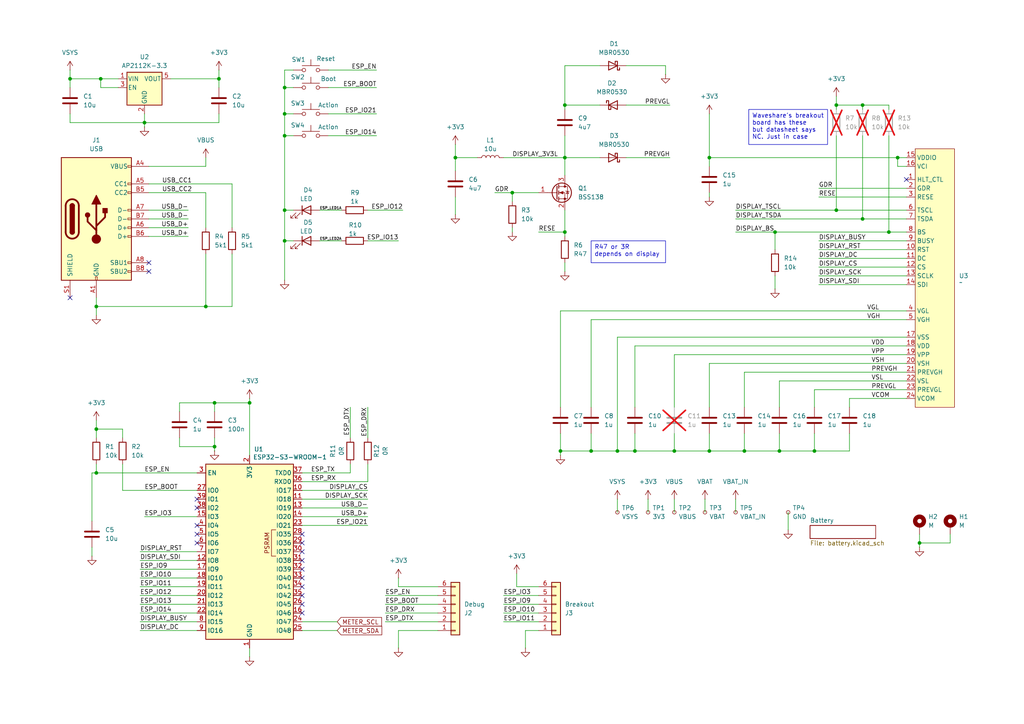
<source format=kicad_sch>
(kicad_sch (version 20231120) (generator "eeschema") (generator_version "8.0")
  (paper "A4")
  (junction (at 205.74 130.81))
  (junction (at 63.5 22.86))
  (junction (at 205.74 45.72))
  (junction (at 250.19 30.48))
  (junction (at 195.58 130.81))
  (junction (at 257.81 67.31))
  (junction (at 20.32 22.86))
  (junction (at 72.39 116.84))
  (junction (at 27.94 137.16))
  (junction (at 82.55 39.37))
  (junction (at 163.83 45.72))
  (junction (at 163.83 67.31))
  (junction (at 27.94 88.9))
  (junction (at 82.55 69.85))
  (junction (at 82.55 25.4))
  (junction (at 171.45 130.81))
  (junction (at 179.07 130.81))
  (junction (at 266.7 157.48))
  (junction (at 242.57 60.96))
  (junction (at 215.9 130.81))
  (junction (at 163.83 30.48))
  (junction (at 132.08 45.72))
  (junction (at 250.19 63.5))
  (junction (at 62.23 116.84))
  (junction (at 82.55 33.02))
  (junction (at 162.56 130.81))
  (junction (at 29.21 22.86))
  (junction (at 242.57 30.48))
  (junction (at 82.55 60.96))
  (junction (at 184.15 130.81))
  (junction (at 226.06 130.81))
  (junction (at 59.69 88.9))
  (junction (at 260.35 45.72))
  (junction (at 62.23 129.54))
  (junction (at 236.22 130.81))
  (junction (at 41.91 35.56))
  (junction (at 27.94 124.46))
  (junction (at 224.79 67.31))
  (junction (at 148.59 55.88))
  (no_connect (at 57.15 144.78))
  (no_connect (at 262.89 52.07))
  (no_connect (at 57.15 157.48))
  (no_connect (at 87.63 167.64))
  (no_connect (at 87.63 157.48))
  (no_connect (at 87.63 154.94))
  (no_connect (at 87.63 177.8))
  (no_connect (at 87.63 172.72))
  (no_connect (at 43.18 78.74))
  (no_connect (at 87.63 162.56))
  (no_connect (at 87.63 165.1))
  (no_connect (at 20.32 86.36))
  (no_connect (at 43.18 76.2))
  (no_connect (at 87.63 175.26))
  (no_connect (at 87.63 160.02))
  (no_connect (at 87.63 170.18))
  (no_connect (at 57.15 152.4))
  (no_connect (at 57.15 154.94))
  (no_connect (at 57.15 147.32))
  (wire (pts (xy 260.35 45.72) (xy 262.89 45.72)))
  (wire (pts (xy 27.94 88.9) (xy 27.94 91.44)))
  (wire (pts (xy 149.86 170.18) (xy 156.21 170.18)))
  (wire (pts (xy 59.69 73.66) (xy 59.69 88.9)))
  (wire (pts (xy 41.91 35.56) (xy 20.32 35.56)))
  (wire (pts (xy 205.74 105.41) (xy 205.74 118.11)))
  (wire (pts (xy 213.36 144.78) (xy 213.36 148.59)))
  (wire (pts (xy 237.49 82.55) (xy 262.89 82.55)))
  (wire (pts (xy 52.07 129.54) (xy 62.23 129.54)))
  (wire (pts (xy 40.64 172.72) (xy 57.15 172.72)))
  (wire (pts (xy 82.55 69.85) (xy 82.55 81.28)))
  (wire (pts (xy 82.55 33.02) (xy 82.55 39.37)))
  (wire (pts (xy 35.56 134.62) (xy 35.56 142.24)))
  (wire (pts (xy 72.39 116.84) (xy 72.39 132.08)))
  (wire (pts (xy 132.08 57.15) (xy 132.08 62.23)))
  (wire (pts (xy 205.74 33.02) (xy 205.74 45.72)))
  (wire (pts (xy 148.59 55.88) (xy 148.59 58.42)))
  (wire (pts (xy 163.83 30.48) (xy 163.83 31.75)))
  (wire (pts (xy 162.56 130.81) (xy 162.56 125.73)))
  (wire (pts (xy 215.9 130.81) (xy 215.9 125.73)))
  (wire (pts (xy 62.23 116.84) (xy 62.23 119.38)))
  (wire (pts (xy 20.32 22.86) (xy 29.21 22.86)))
  (wire (pts (xy 67.31 73.66) (xy 67.31 88.9)))
  (wire (pts (xy 148.59 66.04) (xy 148.59 67.31)))
  (wire (pts (xy 179.07 97.79) (xy 179.07 130.81)))
  (wire (pts (xy 173.99 30.48) (xy 163.83 30.48)))
  (wire (pts (xy 204.47 144.78) (xy 204.47 148.59)))
  (wire (pts (xy 87.63 180.34) (xy 97.79 180.34)))
  (wire (pts (xy 63.5 22.86) (xy 63.5 25.4)))
  (wire (pts (xy 187.96 144.78) (xy 187.96 148.59)))
  (wire (pts (xy 205.74 130.81) (xy 205.74 125.73)))
  (wire (pts (xy 179.07 144.78) (xy 179.07 148.59)))
  (wire (pts (xy 242.57 27.94) (xy 242.57 30.48)))
  (wire (pts (xy 262.89 102.87) (xy 195.58 102.87)))
  (wire (pts (xy 87.63 152.4) (xy 106.68 152.4)))
  (wire (pts (xy 72.39 187.96) (xy 72.39 190.5)))
  (wire (pts (xy 82.55 25.4) (xy 82.55 33.02)))
  (wire (pts (xy 41.91 35.56) (xy 41.91 36.83)))
  (wire (pts (xy 156.21 67.31) (xy 163.83 67.31)))
  (wire (pts (xy 82.55 69.85) (xy 85.09 69.85)))
  (wire (pts (xy 59.69 45.72) (xy 59.69 48.26)))
  (wire (pts (xy 262.89 100.33) (xy 184.15 100.33)))
  (wire (pts (xy 87.63 182.88) (xy 97.79 182.88)))
  (wire (pts (xy 101.6 118.11) (xy 101.6 127)))
  (wire (pts (xy 27.94 86.36) (xy 27.94 88.9)))
  (wire (pts (xy 52.07 119.38) (xy 52.07 116.84)))
  (wire (pts (xy 43.18 55.88) (xy 59.69 55.88)))
  (wire (pts (xy 171.45 130.81) (xy 179.07 130.81)))
  (wire (pts (xy 63.5 35.56) (xy 41.91 35.56)))
  (wire (pts (xy 106.68 118.11) (xy 106.68 127)))
  (wire (pts (xy 236.22 113.03) (xy 236.22 118.11)))
  (wire (pts (xy 163.83 76.2) (xy 163.83 78.74)))
  (wire (pts (xy 101.6 137.16) (xy 101.6 134.62)))
  (wire (pts (xy 237.49 74.93) (xy 262.89 74.93)))
  (wire (pts (xy 262.89 110.49) (xy 226.06 110.49)))
  (wire (pts (xy 213.36 63.5) (xy 250.19 63.5)))
  (wire (pts (xy 237.49 80.01) (xy 262.89 80.01)))
  (wire (pts (xy 205.74 130.81) (xy 215.9 130.81)))
  (wire (pts (xy 63.5 20.32) (xy 63.5 22.86)))
  (wire (pts (xy 87.63 149.86) (xy 106.68 149.86)))
  (wire (pts (xy 82.55 20.32) (xy 85.09 20.32)))
  (wire (pts (xy 162.56 130.81) (xy 171.45 130.81)))
  (wire (pts (xy 163.83 45.72) (xy 163.83 50.8)))
  (wire (pts (xy 40.64 162.56) (xy 57.15 162.56)))
  (wire (pts (xy 62.23 129.54) (xy 62.23 127)))
  (wire (pts (xy 82.55 25.4) (xy 85.09 25.4)))
  (wire (pts (xy 205.74 55.88) (xy 205.74 57.15)))
  (wire (pts (xy 195.58 130.81) (xy 195.58 125.73)))
  (wire (pts (xy 213.36 60.96) (xy 242.57 60.96)))
  (wire (pts (xy 43.18 53.34) (xy 67.31 53.34)))
  (wire (pts (xy 82.55 20.32) (xy 82.55 25.4)))
  (wire (pts (xy 82.55 33.02) (xy 85.09 33.02)))
  (wire (pts (xy 226.06 130.81) (xy 236.22 130.81)))
  (wire (pts (xy 20.32 35.56) (xy 20.32 33.02)))
  (wire (pts (xy 87.63 139.7) (xy 106.68 139.7)))
  (wire (pts (xy 26.67 158.75) (xy 26.67 161.29)))
  (wire (pts (xy 49.53 22.86) (xy 63.5 22.86)))
  (wire (pts (xy 262.89 115.57) (xy 246.38 115.57)))
  (wire (pts (xy 262.89 105.41) (xy 205.74 105.41)))
  (wire (pts (xy 27.94 124.46) (xy 35.56 124.46)))
  (wire (pts (xy 20.32 25.4) (xy 20.32 22.86)))
  (wire (pts (xy 43.18 63.5) (xy 54.61 63.5)))
  (wire (pts (xy 62.23 130.81) (xy 62.23 129.54)))
  (wire (pts (xy 82.55 60.96) (xy 82.55 69.85)))
  (wire (pts (xy 52.07 116.84) (xy 62.23 116.84)))
  (wire (pts (xy 29.21 22.86) (xy 34.29 22.86)))
  (wire (pts (xy 236.22 130.81) (xy 246.38 130.81)))
  (wire (pts (xy 146.05 45.72) (xy 163.83 45.72)))
  (wire (pts (xy 72.39 115.57) (xy 72.39 116.84)))
  (wire (pts (xy 85.09 60.96) (xy 82.55 60.96)))
  (wire (pts (xy 40.64 180.34) (xy 57.15 180.34)))
  (wire (pts (xy 184.15 130.81) (xy 195.58 130.81)))
  (wire (pts (xy 82.55 39.37) (xy 82.55 60.96)))
  (wire (pts (xy 260.35 45.72) (xy 260.35 48.26)))
  (wire (pts (xy 29.21 25.4) (xy 29.21 22.86)))
  (wire (pts (xy 149.86 166.37) (xy 149.86 170.18)))
  (wire (pts (xy 194.31 30.48) (xy 181.61 30.48)))
  (wire (pts (xy 127 170.18) (xy 115.57 170.18)))
  (wire (pts (xy 242.57 30.48) (xy 250.19 30.48)))
  (wire (pts (xy 111.76 172.72) (xy 127 172.72)))
  (wire (pts (xy 40.64 167.64) (xy 57.15 167.64)))
  (wire (pts (xy 106.68 60.96) (xy 116.84 60.96)))
  (wire (pts (xy 246.38 115.57) (xy 246.38 118.11)))
  (wire (pts (xy 146.05 172.72) (xy 156.21 172.72)))
  (wire (pts (xy 224.79 80.01) (xy 224.79 83.82)))
  (wire (pts (xy 171.45 92.71) (xy 171.45 118.11)))
  (wire (pts (xy 226.06 110.49) (xy 226.06 118.11)))
  (wire (pts (xy 146.05 177.8) (xy 156.21 177.8)))
  (wire (pts (xy 184.15 130.81) (xy 184.15 125.73)))
  (wire (pts (xy 148.59 55.88) (xy 156.21 55.88)))
  (wire (pts (xy 27.94 134.62) (xy 27.94 137.16)))
  (wire (pts (xy 87.63 137.16) (xy 101.6 137.16)))
  (wire (pts (xy 106.68 139.7) (xy 106.68 134.62)))
  (wire (pts (xy 195.58 102.87) (xy 195.58 118.11)))
  (wire (pts (xy 41.91 33.02) (xy 41.91 35.56)))
  (wire (pts (xy 266.7 157.48) (xy 266.7 158.75)))
  (wire (pts (xy 95.25 25.4) (xy 109.22 25.4)))
  (wire (pts (xy 266.7 157.48) (xy 275.59 157.48)))
  (wire (pts (xy 132.08 41.91) (xy 132.08 45.72)))
  (wire (pts (xy 163.83 45.72) (xy 173.99 45.72)))
  (wire (pts (xy 250.19 30.48) (xy 257.81 30.48)))
  (wire (pts (xy 205.74 45.72) (xy 205.74 48.26)))
  (wire (pts (xy 205.74 45.72) (xy 260.35 45.72)))
  (wire (pts (xy 99.06 60.96) (xy 92.71 60.96)))
  (wire (pts (xy 43.18 48.26) (xy 59.69 48.26)))
  (wire (pts (xy 193.04 19.05) (xy 193.04 21.59)))
  (wire (pts (xy 87.63 147.32) (xy 106.68 147.32)))
  (wire (pts (xy 87.63 142.24) (xy 106.68 142.24)))
  (wire (pts (xy 260.35 48.26) (xy 262.89 48.26)))
  (wire (pts (xy 40.64 165.1) (xy 57.15 165.1)))
  (wire (pts (xy 95.25 20.32) (xy 109.22 20.32)))
  (wire (pts (xy 146.05 175.26) (xy 156.21 175.26)))
  (wire (pts (xy 67.31 88.9) (xy 59.69 88.9)))
  (wire (pts (xy 132.08 45.72) (xy 138.43 45.72)))
  (wire (pts (xy 184.15 100.33) (xy 184.15 118.11)))
  (wire (pts (xy 171.45 125.73) (xy 171.45 130.81)))
  (wire (pts (xy 163.83 39.37) (xy 163.83 45.72)))
  (wire (pts (xy 95.25 33.02) (xy 109.22 33.02)))
  (wire (pts (xy 115.57 167.64) (xy 115.57 170.18)))
  (wire (pts (xy 173.99 19.05) (xy 163.83 19.05)))
  (wire (pts (xy 215.9 107.95) (xy 215.9 118.11)))
  (wire (pts (xy 162.56 118.11) (xy 162.56 90.17)))
  (wire (pts (xy 40.64 175.26) (xy 57.15 175.26)))
  (wire (pts (xy 242.57 60.96) (xy 262.89 60.96)))
  (wire (pts (xy 41.91 149.86) (xy 57.15 149.86)))
  (wire (pts (xy 257.81 30.48) (xy 257.81 31.75)))
  (wire (pts (xy 62.23 116.84) (xy 72.39 116.84)))
  (wire (pts (xy 26.67 137.16) (xy 27.94 137.16)))
  (wire (pts (xy 257.81 67.31) (xy 262.89 67.31)))
  (wire (pts (xy 163.83 60.96) (xy 163.83 67.31)))
  (wire (pts (xy 20.32 20.32) (xy 20.32 22.86)))
  (wire (pts (xy 40.64 182.88) (xy 57.15 182.88)))
  (wire (pts (xy 250.19 30.48) (xy 250.19 31.75)))
  (wire (pts (xy 262.89 113.03) (xy 236.22 113.03)))
  (wire (pts (xy 237.49 69.85) (xy 262.89 69.85)))
  (wire (pts (xy 224.79 67.31) (xy 257.81 67.31)))
  (wire (pts (xy 275.59 157.48) (xy 275.59 154.94)))
  (wire (pts (xy 162.56 90.17) (xy 262.89 90.17)))
  (wire (pts (xy 27.94 121.92) (xy 27.94 124.46)))
  (wire (pts (xy 181.61 45.72) (xy 194.31 45.72)))
  (wire (pts (xy 111.76 180.34) (xy 127 180.34)))
  (wire (pts (xy 59.69 88.9) (xy 27.94 88.9)))
  (wire (pts (xy 215.9 130.81) (xy 226.06 130.81)))
  (wire (pts (xy 52.07 127) (xy 52.07 129.54)))
  (wire (pts (xy 115.57 182.88) (xy 115.57 187.96)))
  (wire (pts (xy 35.56 142.24) (xy 57.15 142.24)))
  (wire (pts (xy 226.06 130.81) (xy 226.06 125.73)))
  (wire (pts (xy 262.89 107.95) (xy 215.9 107.95)))
  (wire (pts (xy 242.57 30.48) (xy 242.57 31.75)))
  (wire (pts (xy 40.64 160.02) (xy 57.15 160.02)))
  (wire (pts (xy 35.56 124.46) (xy 35.56 127)))
  (wire (pts (xy 195.58 144.78) (xy 195.58 148.59)))
  (wire (pts (xy 257.81 39.37) (xy 257.81 67.31)))
  (wire (pts (xy 27.94 137.16) (xy 57.15 137.16)))
  (wire (pts (xy 162.56 130.81) (xy 162.56 132.08)))
  (wire (pts (xy 163.83 19.05) (xy 163.83 30.48)))
  (wire (pts (xy 43.18 60.96) (xy 54.61 60.96)))
  (wire (pts (xy 43.18 66.04) (xy 54.61 66.04)))
  (wire (pts (xy 228.6 148.59) (xy 228.6 153.67)))
  (wire (pts (xy 82.55 39.37) (xy 85.09 39.37)))
  (wire (pts (xy 193.04 19.05) (xy 181.61 19.05)))
  (wire (pts (xy 195.58 130.81) (xy 205.74 130.81)))
  (wire (pts (xy 111.76 177.8) (xy 127 177.8)))
  (wire (pts (xy 111.76 175.26) (xy 127 175.26)))
  (wire (pts (xy 250.19 63.5) (xy 262.89 63.5)))
  (wire (pts (xy 262.89 92.71) (xy 171.45 92.71)))
  (wire (pts (xy 237.49 77.47) (xy 262.89 77.47)))
  (wire (pts (xy 179.07 130.81) (xy 184.15 130.81)))
  (wire (pts (xy 163.83 67.31) (xy 163.83 68.58)))
  (wire (pts (xy 237.49 72.39) (xy 262.89 72.39)))
  (wire (pts (xy 237.49 54.61) (xy 262.89 54.61)))
  (wire (pts (xy 106.68 69.85) (xy 115.57 69.85)))
  (wire (pts (xy 59.69 55.88) (xy 59.69 66.04)))
  (wire (pts (xy 43.18 68.58) (xy 54.61 68.58)))
  (wire (pts (xy 213.36 67.31) (xy 224.79 67.31)))
  (wire (pts (xy 27.94 124.46) (xy 27.94 127)))
  (wire (pts (xy 262.89 97.79) (xy 179.07 97.79)))
  (wire (pts (xy 237.49 57.15) (xy 262.89 57.15)))
  (wire (pts (xy 95.25 39.37) (xy 109.22 39.37)))
  (wire (pts (xy 34.29 25.4) (xy 29.21 25.4)))
  (wire (pts (xy 99.06 69.85) (xy 92.71 69.85)))
  (wire (pts (xy 143.51 55.88) (xy 148.59 55.88)))
  (wire (pts (xy 266.7 154.94) (xy 266.7 157.48)))
  (wire (pts (xy 132.08 45.72) (xy 132.08 49.53)))
  (wire (pts (xy 40.64 170.18) (xy 57.15 170.18)))
  (wire (pts (xy 250.19 39.37) (xy 250.19 63.5)))
  (wire (pts (xy 152.4 182.88) (xy 156.21 182.88)))
  (wire (pts (xy 242.57 39.37) (xy 242.57 60.96)))
  (wire (pts (xy 236.22 130.81) (xy 236.22 125.73)))
  (wire (pts (xy 224.79 67.31) (xy 224.79 72.39)))
  (wire (pts (xy 63.5 33.02) (xy 63.5 35.56)))
  (wire (pts (xy 87.63 144.78) (xy 106.68 144.78)))
  (wire (pts (xy 246.38 130.81) (xy 246.38 125.73)))
  (wire (pts (xy 67.31 53.34) (xy 67.31 66.04)))
  (wire (pts (xy 115.57 182.88) (xy 127 182.88)))
  (wire (pts (xy 26.67 137.16) (xy 26.67 151.13)))
  (wire (pts (xy 40.64 177.8) (xy 57.15 177.8)))
  (wire (pts (xy 146.05 180.34) (xy 156.21 180.34)))
  (wire (pts (xy 152.4 187.96) (xy 152.4 182.88)))
  (text_box "R47 or 3R\ndepends on display" (at 171.45 69.85 0) (size 21.59 6.35) (effects (font (size 1.27 1.27)) (justify left top)))
  (text_box "Waveshare's breakout board has these\nbut datasheet says NC. Just in case" (at 217.17 31.75 0) (size 22.86 10.16) (effects (font (size 1.27 1.27)) (justify left top)))
  (label "PREVGL" (at 194.31 30.48 180))
  (label "DISPLAY_RST" (at 237.49 72.39 0))
  (label "ESP_IO10" (at 146.05 177.8 0))
  (label "ESP_DTX" (at 111.76 180.34 0))
  (label "DISPLAY_SDI" (at 40.64 162.56 0))
  (label "PREVGH" (at 252.73 107.95 0))
  (label "ESP_DRX" (at 106.68 118.11 270))
  (label "USB_CC1" (at 46.99 53.34 0))
  (label "ESP_IO21" (at 106.68 152.4 180))
  (label "USB_D+" (at 54.61 66.04 180))
  (label "VSL" (at 252.73 110.49 0))
  (label "ESP_IO12" (at 40.64 172.72 0))
  (label "DISPLAY_DC" (at 40.64 182.88 0))
  (label "ESP_TX" (at 90.17 137.16 0))
  (label "DISPLAY_TSDA" (at 213.36 63.5 0))
  (label "ESP_DRX" (at 111.76 177.8 0))
  (label "ESP_IO10" (at 40.64 167.64 0))
  (label "VDD" (at 252.73 100.33 0))
  (label "USB_D+" (at 54.61 68.58 180))
  (label "ESP_EN" (at 41.91 137.16 0))
  (label "ESP_RX" (at 90.17 139.7 0))
  (label "VCOM" (at 252.73 115.57 0))
  (label "ESP_LED1A" (at 92.71 60.96 0) (effects (font (size 0.762 0.762))))
  (label "PREVGL" (at 252.73 113.03 0))
  (label "ESP_EN" (at 111.76 172.72 0))
  (label "RESE" (at 237.49 57.15 0))
  (label "ESP_IO21" (at 109.22 33.02 180))
  (label "DISPLAY_SCK" (at 106.68 144.78 180))
  (label "USB_D-" (at 54.61 60.96 180))
  (label "ESP_IO3" (at 146.05 172.72 0))
  (label "DISPLAY_SDI" (at 237.49 82.55 0))
  (label "ESP_IO11" (at 146.05 180.34 0))
  (label "DISPLAY_SCK" (at 237.49 80.01 0))
  (label "ESP_IO9" (at 40.64 165.1 0))
  (label "DISPLAY_TSCL" (at 213.36 60.96 0))
  (label "ESP_BOOT" (at 41.91 142.24 0))
  (label "ESP_BOOT" (at 111.76 175.26 0))
  (label "ESP_IO9" (at 146.05 175.26 0))
  (label "ESP_LED2A" (at 92.71 69.85 0) (effects (font (size 0.762 0.762))))
  (label "ESP_IO12" (at 116.84 60.96 180))
  (label "USB_D+" (at 106.68 149.86 180))
  (label "DISPLAY_CS" (at 237.49 77.47 0))
  (label "RESE" (at 156.21 67.31 0))
  (label "DISPLAY_BUSY" (at 237.49 69.85 0))
  (label "DISPLAY_BUSY" (at 40.64 180.34 0))
  (label "DISPLAY_BS" (at 213.36 67.31 0))
  (label "ESP_DTX" (at 101.6 118.11 270))
  (label "ESP_EN" (at 109.22 20.32 180))
  (label "USB_D-" (at 54.61 63.5 180))
  (label "ESP_IO14" (at 109.22 39.37 180))
  (label "VGH" (at 251.46 92.71 0))
  (label "VPP" (at 252.73 102.87 0))
  (label "ESP_BOOT" (at 109.22 25.4 180))
  (label "DISPLAY_CS" (at 106.68 142.24 180))
  (label "GDR" (at 143.51 55.88 0))
  (label "VGL" (at 251.46 90.17 0))
  (label "ESP_IO14" (at 40.64 177.8 0))
  (label "DISPLAY_3V3L" (at 148.59 45.72 0))
  (label "DISPLAY_DC" (at 237.49 74.93 0))
  (label "PREVGH" (at 194.31 45.72 180))
  (label "ESP_IO13" (at 115.57 69.85 180))
  (label "ESP_IO3" (at 41.91 149.86 0))
  (label "DISPLAY_RST" (at 40.64 160.02 0))
  (label "USB_D-" (at 106.68 147.32 180))
  (label "GDR" (at 237.49 54.61 0))
  (label "ESP_IO13" (at 40.64 175.26 0))
  (label "ESP_IO11" (at 40.64 170.18 0))
  (label "USB_CC2" (at 46.99 55.88 0))
  (label "VSH" (at 252.73 105.41 0))
  (global_label "METER_SCL" (shape input) (at 97.79 180.34 0) (property "Intersheetrefs" "${INTERSHEET_REFS}" (effects (hide yes))))
  (global_label "METER_SDA" (shape input) (at 97.79 182.88 0) (property "Intersheetrefs" "${INTERSHEET_REFS}" (effects (hide yes))))
  (symbol (lib_id "Connector:TestPoint_Small") (at 213.36 148.59 0) (unit 1)
    (property "Reference" "TP5" (at 214.63 147.3199 0) (effects (justify left)))
    (property "Value" "VBAT_IN" (at 214.63 149.8599 0) (effects (justify left)))
    (property "Footprint" "TestPoint:TestPoint_Pad_D1.0mm" (effects (hide yes)))
    (property "Description" "test point" (effects (hide yes)))
  )
  (symbol (lib_id "power:+3V3") (at 195.58 144.78 0) (unit 1)
    (property "Reference" "#PWR050" (effects (hide yes)))
    (property "Value" "VBUS" (at 195.58 139.7 0))
    (property "Description" "Power symbol creates a global label with name \"+3V3\"" (effects (hide yes)))
  )
  (symbol (lib_id "Connector:TestPoint_Small") (at 187.96 148.59 0) (unit 1)
    (property "Reference" "TP1" (at 189.23 147.3199 0) (effects (justify left)))
    (property "Value" "3V3" (at 189.23 149.8599 0) (effects (justify left)))
    (property "Footprint" "TestPoint:TestPoint_Pad_D1.0mm" (effects (hide yes)))
    (property "Description" "test point" (effects (hide yes)))
  )
  (symbol (lib_id "power:GND") (at 27.94 91.44 0) (unit 1)
    (property "Reference" "#PWR017" (effects (hide yes)))
    (property "Value" "GND" (effects (hide yes)))
    (property "Description" "Power symbol creates a global label with name \"GND\" , ground" (effects (hide yes)))
  )
  (symbol (lib_id "Device:C") (at 20.32 29.21 0) (unit 1)
    (property "Reference" "C1" (at 24.13 27.9399 0) (effects (justify left)))
    (property "Value" "10u" (at 24.13 30.4799 0) (effects (justify left)))
    (property "Footprint" "Capacitor_SMD:C_0805_2012Metric" (effects (hide yes)))
    (property "Description" "Unpolarized capacitor" (effects (hide yes)))
  )
  (symbol (lib_id "Device:R") (at 242.57 35.56 0) (unit 1) (dnp yes)
    (property "Reference" "R7" (at 245.11 34.2899 0) (effects (justify left)))
    (property "Value" "10k" (at 245.11 36.8299 0) (effects (justify left)))
    (property "Footprint" "Resistor_SMD:R_0603_1608Metric" (effects (hide yes)))
    (property "Description" "Resistor" (effects (hide yes)))
  )
  (symbol (lib_id "power:+3V3") (at 187.96 144.78 0) (unit 1)
    (property "Reference" "#PWR049" (effects (hide yes)))
    (property "Value" "+3V3" (at 187.96 139.7 0))
    (property "Description" "Power symbol creates a global label with name \"+3V3\"" (effects (hide yes)))
  )
  (symbol (lib_id "RF_Module:ESP32-S3-WROOM-1") (at 72.39 160.02 0) (unit 1)
    (property "Reference" "U1" (at 73.66 130.302 0) (effects (justify left)))
    (property "Value" "ESP32-S3-WROOM-1" (at 73.406 132.588 0) (effects (justify left)))
    (property "Footprint" "RF_Module:ESP32-S3-WROOM-1" (effects (hide yes)))
    (property "Datasheet" "https://www.espressif.com/sites/default/files/documentation/esp32-s3-wroom-1_wroom-1u_datasheet_en.pdf" (effects (hide yes)))
    (property "Description" "RF Module, ESP32-S3 SoC, Wi-Fi 802.11b/g/n, Bluetooth, BLE, 32-bit, 3.3V, onboard antenna, SMD" (effects (hide yes)))
  )
  (symbol (lib_id "Device:C") (at 184.15 121.92 180) (unit 1)
    (property "Reference" "C10" (at 187.96 120.6499 0) (effects (justify right)))
    (property "Value" "1u" (at 187.96 123.1899 0) (effects (justify right)))
    (property "Footprint" "Capacitor_SMD:C_0603_1608Metric" (effects (hide yes)))
    (property "Description" "Unpolarized capacitor" (effects (hide yes)))
  )
  (symbol (lib_id "Transistor_FET:BSS138") (at 161.29 55.88 0) (unit 1)
    (property "Reference" "Q1" (at 167.64 54.6099 0) (effects (justify left)))
    (property "Value" "BSS138" (at 167.64 57.1499 0) (effects (justify left)))
    (property "Footprint" "Package_TO_SOT_SMD:SOT-23" (effects (hide yes)))
    (property "Datasheet" "https://www.onsemi.com/pub/Collateral/BSS138-D.PDF" (effects (hide yes)))
    (property "Description" "50V Vds, 0.22A Id, N-Channel MOSFET, SOT-23" (effects (hide yes)))
  )
  (symbol (lib_id "Device:R") (at 35.56 130.81 0) (unit 1)
    (property "Reference" "R2" (at 38.1 129.5399 0) (effects (justify left)))
    (property "Value" "10k" (at 38.1 132.0799 0) (effects (justify left)))
    (property "Footprint" "Resistor_SMD:R_0603_1608Metric" (effects (hide yes)))
    (property "Description" "Resistor" (effects (hide yes)))
  )
  (symbol (lib_id "power:+5V") (at 20.32 20.32 0) (unit 1)
    (property "Reference" "#PWR02" (effects (hide yes)))
    (property "Value" "VSYS" (at 20.32 15.24 0))
    (property "Description" "Power symbol creates a global label with name \"+5V\"" (effects (hide yes)))
  )
  (symbol (lib_id "Device:C") (at 215.9 121.92 180) (unit 1)
    (property "Reference" "C14" (at 219.71 120.6499 0) (effects (justify right)))
    (property "Value" "1u" (at 219.71 123.1899 0) (effects (justify right)))
    (property "Footprint" "Capacitor_SMD:C_0603_1608Metric" (effects (hide yes)))
    (property "Description" "Unpolarized capacitor" (effects (hide yes)))
  )
  (symbol (lib_id "Connector:TestPoint_Small") (at 204.47 148.59 0) (unit 1)
    (property "Reference" "TP3" (at 205.74 147.3199 0) (effects (justify left)))
    (property "Value" "VBAT" (at 205.74 149.8599 0) (effects (justify left)))
    (property "Footprint" "TestPoint:TestPoint_Pad_D1.0mm" (effects (hide yes)))
    (property "Description" "test point" (effects (hide yes)))
  )
  (symbol (lib_id "Device:R") (at 250.19 35.56 0) (unit 1) (dnp yes)
    (property "Reference" "R8" (at 252.73 34.2899 0) (effects (justify left)))
    (property "Value" "10k" (at 252.73 36.8299 0) (effects (justify left)))
    (property "Footprint" "Resistor_SMD:R_0603_1608Metric" (effects (hide yes)))
    (property "Description" "Resistor" (effects (hide yes)))
  )
  (symbol (lib_id "power:GND") (at 26.67 161.29 0) (unit 1)
    (property "Reference" "#PWR06" (effects (hide yes)))
    (property "Value" "GND" (effects (hide yes)))
    (property "Description" "Power symbol creates a global label with name \"GND\" , ground" (effects (hide yes)))
  )
  (symbol (lib_id "power:GND") (at 82.55 81.28 0) (unit 1)
    (property "Reference" "#PWR08" (effects (hide yes)))
    (property "Value" "GND" (effects (hide yes)))
    (property "Description" "Power symbol creates a global label with name \"GND\" , ground" (effects (hide yes)))
  )
  (symbol (lib_id "Device:R") (at 163.83 72.39 0) (unit 1)
    (property "Reference" "R6" (at 166.37 71.1199 0) (effects (justify left)))
    (property "Value" "R47" (at 166.37 73.6599 0) (effects (justify left)))
    (property "Footprint" "Resistor_SMD:R_0603_1608Metric" (effects (hide yes)))
    (property "Description" "Resistor" (effects (hide yes)))
  )
  (symbol (lib_id "power:GND") (at 148.59 67.31 0) (unit 1)
    (property "Reference" "#PWR020" (effects (hide yes)))
    (property "Value" "GND" (effects (hide yes)))
    (property "Description" "Power symbol creates a global label with name \"GND\" , ground" (effects (hide yes)))
  )
  (symbol (lib_id "Connector:TestPoint_Small") (at 195.58 148.59 0) (unit 1)
    (property "Reference" "TP2" (at 196.85 147.3199 0) (effects (justify left)))
    (property "Value" "VBUS" (at 196.85 149.8599 0) (effects (justify left)))
    (property "Footprint" "TestPoint:TestPoint_Pad_D1.0mm" (effects (hide yes)))
    (property "Description" "test point" (effects (hide yes)))
  )
  (symbol (lib_id "Device:C") (at 205.74 52.07 180) (unit 1)
    (property "Reference" "C15" (at 209.55 50.7999 0) (effects (justify right)))
    (property "Value" "1u" (at 209.55 53.3399 0) (effects (justify right)))
    (property "Footprint" "Capacitor_SMD:C_0603_1608Metric" (effects (hide yes)))
    (property "Description" "Unpolarized capacitor" (effects (hide yes)))
  )
  (symbol (lib_id "power:+3V3") (at 205.74 33.02 0) (unit 1)
    (property "Reference" "#PWR013" (effects (hide yes)))
    (property "Value" "+3V3" (at 205.74 27.94 0))
    (property "Description" "Power symbol creates a global label with name \"+3V3\"" (effects (hide yes)))
  )
  (symbol (lib_id "Device:C") (at 171.45 121.92 180) (unit 1)
    (property "Reference" "C8" (at 175.26 120.6499 0) (effects (justify right)))
    (property "Value" "1u" (at 175.26 123.1899 0) (effects (justify right)))
    (property "Footprint" "Capacitor_SMD:C_0603_1608Metric" (effects (hide yes)))
    (property "Description" "Unpolarized capacitor" (effects (hide yes)))
  )
  (symbol (lib_id "power:+5V") (at 59.69 45.72 0) (unit 1)
    (property "Reference" "#PWR016" (effects (hide yes)))
    (property "Value" "VBUS" (at 59.69 40.64 0))
    (property "Description" "Power symbol creates a global label with name \"+5V\"" (effects (hide yes)))
  )
  (symbol (lib_id "Connector:TestPoint_Small") (at 179.07 148.59 0) (unit 1)
    (property "Reference" "TP6" (at 180.34 147.3199 0) (effects (justify left)))
    (property "Value" "VSYS" (at 180.34 149.8599 0) (effects (justify left)))
    (property "Footprint" "TestPoint:TestPoint_Pad_D1.0mm" (effects (hide yes)))
    (property "Description" "test point" (effects (hide yes)))
  )
  (symbol (lib_id "Connector_Generic:Conn_01x06") (at 161.29 177.8 0) (mirror x) (unit 1)
    (property "Reference" "J3" (at 163.83 177.8001 0) (effects (justify left)))
    (property "Value" "Breakout" (at 163.83 175.2601 0) (effects (justify left)))
    (property "Footprint" "Connector_PinHeader_2.54mm:PinHeader_1x06_P2.54mm_Horizontal" (effects (hide yes)))
    (property "Description" "Generic connector, single row, 01x06, script generated (kicad-library-utils/schlib/autogen/connector/)" (effects (hide yes)))
  )
  (symbol (lib_id "power:GND") (at 152.4 187.96 0) (unit 1)
    (property "Reference" "#PWR026" (effects (hide yes)))
    (property "Value" "GND" (effects (hide yes)))
    (property "Description" "Power symbol creates a global label with name \"GND\" , ground" (effects (hide yes)))
  )
  (symbol (lib_id "power:GND") (at 205.74 57.15 0) (unit 1)
    (property "Reference" "#PWR014" (effects (hide yes)))
    (property "Value" "GND" (effects (hide yes)))
    (property "Description" "Power symbol creates a global label with name \"GND\" , ground" (effects (hide yes)))
  )
  (symbol (lib_id "power:GND") (at 115.57 187.96 0) (unit 1)
    (property "Reference" "#PWR018" (effects (hide yes)))
    (property "Value" "GND" (effects (hide yes)))
    (property "Description" "Power symbol creates a global label with name \"GND\" , ground" (effects (hide yes)))
  )
  (symbol (lib_id "power:GND") (at 132.08 62.23 0) (unit 1)
    (property "Reference" "#PWR012" (effects (hide yes)))
    (property "Value" "GND" (effects (hide yes)))
    (property "Description" "Power symbol creates a global label with name \"GND\" , ground" (effects (hide yes)))
  )
  (symbol (lib_id "power:+3V3") (at 213.36 144.78 0) (unit 1)
    (property "Reference" "#PWR053" (effects (hide yes)))
    (property "Value" "VBAT_IN" (at 213.36 139.7 0))
    (property "Description" "Power symbol creates a global label with name \"+3V3\"" (effects (hide yes)))
  )
  (symbol (lib_id "Device:C") (at 52.07 123.19 0) (unit 1)
    (property "Reference" "C4" (at 55.88 121.9199 0) (effects (justify left)))
    (property "Value" "1u" (at 55.88 124.4599 0) (effects (justify left)))
    (property "Footprint" "Capacitor_SMD:C_0603_1608Metric" (effects (hide yes)))
    (property "Description" "Unpolarized capacitor" (effects (hide yes)))
  )
  (symbol (lib_id "Connector_Generic:Conn_01x06") (at 132.08 177.8 0) (mirror x) (unit 1)
    (property "Reference" "J2" (at 134.62 177.8001 0) (effects (justify left)))
    (property "Value" "Debug" (at 134.62 175.2601 0) (effects (justify left)))
    (property "Footprint" "Connector_PinHeader_2.54mm:PinHeader_1x06_P2.54mm_Horizontal" (effects (hide yes)))
    (property "Description" "Generic connector, single row, 01x06, script generated (kicad-library-utils/schlib/autogen/connector/)" (effects (hide yes)))
  )
  (symbol (lib_id "Switch:SW_Push") (at 90.17 20.32 0) (unit 1)
    (property "Reference" "SW1" (at 86.614 17.272 0))
    (property "Value" "Reset" (at 94.488 17.018 0))
    (property "Footprint" "Button_Switch_SMD:SW_SPST_B3U-1000P" (effects (hide yes)))
    (property "Description" "Push button switch, generic, two pins" (effects (hide yes)))
  )
  (symbol (lib_id "Device:C") (at 246.38 121.92 180) (unit 1)
    (property "Reference" "C18" (at 250.19 120.6499 0) (effects (justify right)))
    (property "Value" "1u" (at 250.19 123.1899 0) (effects (justify right)))
    (property "Footprint" "Capacitor_SMD:C_0603_1608Metric" (effects (hide yes)))
    (property "Description" "Unpolarized capacitor" (effects (hide yes)))
  )
  (symbol (lib_id "power:GND") (at 163.83 78.74 0) (unit 1)
    (property "Reference" "#PWR021" (effects (hide yes)))
    (property "Value" "GND" (effects (hide yes)))
    (property "Description" "Power symbol creates a global label with name \"GND\" , ground" (effects (hide yes)))
  )
  (symbol (lib_id "power:GND") (at 193.04 21.59 0) (unit 1)
    (property "Reference" "#PWR09" (effects (hide yes)))
    (property "Value" "GND" (effects (hide yes)))
    (property "Description" "Power symbol creates a global label with name \"GND\" , ground" (effects (hide yes)))
  )
  (symbol (lib_id "Library:E-Paper_Display") (at 270.51 40.64 0) (unit 1)
    (property "Reference" "U3" (at 278.13 80.0099 0) (effects (justify left)))
    (property "Value" "~" (at 278.13 81.915 0) (effects (justify left)))
    (property "Footprint" "Connector_FFC-FPC:Hirose_FH12-24S-0.5SH_1x24-1MP_P0.50mm_Horizontal" (effects (hide yes)))
  )
  (symbol (lib_id "Regulator_Linear:AP2112K-3.3") (at 41.91 25.4 0) (unit 1)
    (property "Reference" "U2" (at 41.91 16.51 0))
    (property "Value" "AP2112K-3.3" (at 41.91 19.05 0))
    (property "Footprint" "Package_TO_SOT_SMD:SOT-23-5" (effects (hide yes)))
    (property "Datasheet" "https://www.diodes.com/assets/Datasheets/AP2112.pdf" (effects (hide yes)))
    (property "Description" "600mA low dropout linear regulator, with enable pin, 3.8V-6V input voltage range, 3.3V fixed positive output, SOT-23-5" (effects (hide yes)))
  )
  (symbol (lib_id "power:+3V3") (at 63.5 20.32 0) (unit 1)
    (property "Reference" "#PWR01" (effects (hide yes)))
    (property "Value" "+3V3" (at 63.5 15.24 0))
    (property "Description" "Power symbol creates a global label with name \"+3V3\"" (effects (hide yes)))
  )
  (symbol (lib_id "Device:R") (at 224.79 76.2 0) (unit 1)
    (property "Reference" "R14" (at 227.33 74.9299 0) (effects (justify left)))
    (property "Value" "10k" (at 227.33 77.4699 0) (effects (justify left)))
    (property "Footprint" "Resistor_SMD:R_0603_1608Metric" (effects (hide yes)))
    (property "Description" "Resistor" (effects (hide yes)))
  )
  (symbol (lib_id "Device:R") (at 67.31 69.85 0) (unit 1)
    (property "Reference" "R5" (at 69.85 68.5799 0) (effects (justify left)))
    (property "Value" "5k1" (at 69.85 71.1199 0) (effects (justify left)))
    (property "Footprint" "Resistor_SMD:R_0603_1608Metric" (effects (hide yes)))
    (property "Description" "Resistor" (effects (hide yes)))
  )
  (symbol (lib_id "power:GND") (at 224.79 83.82 0) (unit 1)
    (property "Reference" "#PWR024" (effects (hide yes)))
    (property "Value" "GND" (effects (hide yes)))
    (property "Description" "Power symbol creates a global label with name \"GND\" , ground" (effects (hide yes)))
  )
  (symbol (lib_id "power:+3V3") (at 115.57 167.64 0) (unit 1)
    (property "Reference" "#PWR019" (effects (hide yes)))
    (property "Value" "+3V3" (at 115.57 162.56 0))
    (property "Description" "Power symbol creates a global label with name \"+3V3\"" (effects (hide yes)))
  )
  (symbol (lib_id "power:+3V3") (at 132.08 41.91 0) (unit 1)
    (property "Reference" "#PWR011" (effects (hide yes)))
    (property "Value" "+3V3" (at 132.08 36.83 0))
    (property "Description" "Power symbol creates a global label with name \"+3V3\"" (effects (hide yes)))
  )
  (symbol (lib_id "Device:LED") (at 88.9 69.85 0) (unit 1)
    (property "Reference" "D5" (at 90.678 64.516 0) (effects (justify right)))
    (property "Value" "LED" (at 90.678 67.056 0) (effects (justify right)))
    (property "Footprint" "LED_SMD:LED_0603_1608Metric" (effects (hide yes)))
    (property "Description" "Light emitting diode" (effects (hide yes)))
  )
  (symbol (lib_id "power:+3V3") (at 149.86 166.37 0) (unit 1)
    (property "Reference" "#PWR023" (effects (hide yes)))
    (property "Value" "+3V3" (at 149.86 161.29 0))
    (property "Description" "Power symbol creates a global label with name \"+3V3\"" (effects (hide yes)))
  )
  (symbol (lib_id "power:GND") (at 72.39 190.5 0) (unit 1)
    (property "Reference" "#PWR015" (effects (hide yes)))
    (property "Value" "GND" (effects (hide yes)))
    (property "Description" "Power symbol creates a global label with name \"GND\" , ground" (effects (hide yes)))
  )
  (symbol (lib_id "power:GND") (at 41.91 36.83 0) (unit 1)
    (property "Reference" "#PWR03" (effects (hide yes)))
    (property "Value" "GND" (effects (hide yes)))
    (property "Description" "Power symbol creates a global label with name \"GND\" , ground" (effects (hide yes)))
  )
  (symbol (lib_id "Switch:SW_Push") (at 90.17 39.37 0) (unit 1)
    (property "Reference" "SW4" (at 86.36 36.322 0))
    (property "Value" "Action" (at 95.25 36.83 0))
    (property "Footprint" "Button_Switch_SMD:SW_SPST_B3U-1000P" (effects (hide yes)))
    (property "Description" "Push button switch, generic, two pins" (effects (hide yes)))
  )
  (symbol (lib_id "Switch:SW_Push") (at 90.17 33.02 0) (unit 1)
    (property "Reference" "SW3" (at 86.36 29.972 0))
    (property "Value" "Action" (at 95.25 30.48 0))
    (property "Footprint" "Button_Switch_SMD:SW_SPST_B3U-1000P" (effects (hide yes)))
    (property "Description" "Push button switch, generic, two pins" (effects (hide yes)))
  )
  (symbol (lib_id "Connector:USB_C_Receptacle_USB2.0_16P") (at 27.94 63.5 0) (unit 1)
    (property "Reference" "J1" (at 27.94 40.64 0))
    (property "Value" "USB" (at 27.94 43.18 0))
    (property "Footprint" "Connector_USB:USB_C_Receptacle_HRO_TYPE-C-31-M-12" (effects (hide yes)))
    (property "Datasheet" "https://www.usb.org/sites/default/files/documents/usb_type-c.zip" (effects (hide yes)))
    (property "Description" "USB 2.0-only 16P Type-C Receptacle connector" (effects (hide yes)))
  )
  (symbol (lib_id "Device:R") (at 101.6 130.81 180) (unit 1)
    (property "Reference" "R11" (at 96.52 130.81 90))
    (property "Value" "0R" (at 99.06 130.81 90))
    (property "Footprint" "Resistor_SMD:R_0603_1608Metric" (effects (hide yes)))
    (property "Description" "Resistor" (effects (hide yes)))
  )
  (symbol (lib_id "Device:R") (at 102.87 60.96 90) (unit 1)
    (property "Reference" "R9" (at 101.6 55.88 90) (effects (justify right)))
    (property "Value" "1k" (at 101.6 58.42 90) (effects (justify right)))
    (property "Footprint" "Resistor_SMD:R_0603_1608Metric" (effects (hide yes)))
    (property "Description" "Resistor" (effects (hide yes)))
  )
  (symbol (lib_id "power:GND") (at 228.6 153.67 0) (unit 1)
    (property "Reference" "#PWR052" (effects (hide yes)))
    (property "Value" "GND" (effects (hide yes)))
    (property "Description" "Power symbol creates a global label with name \"GND\" , ground" (effects (hide yes)))
  )
  (symbol (lib_id "Device:R") (at 257.81 35.56 0) (unit 1) (dnp yes)
    (property "Reference" "R13" (at 260.35 34.2899 0) (effects (justify left)))
    (property "Value" "10k" (at 260.35 36.8299 0) (effects (justify left)))
    (property "Footprint" "Resistor_SMD:R_0603_1608Metric" (effects (hide yes)))
    (property "Description" "Resistor" (effects (hide yes)))
  )
  (symbol (lib_id "power:GND") (at 162.56 132.08 0) (unit 1)
    (property "Reference" "#PWR010" (effects (hide yes)))
    (property "Value" "GND" (effects (hide yes)))
    (property "Description" "Power symbol creates a global label with name \"GND\" , ground" (effects (hide yes)))
  )
  (symbol (lib_id "Device:C") (at 26.67 154.94 0) (unit 1)
    (property "Reference" "C5" (at 30.48 153.6699 0) (effects (justify left)))
    (property "Value" "10u" (at 30.48 156.2099 0) (effects (justify left)))
    (property "Footprint" "Capacitor_SMD:C_0603_1608Metric" (effects (hide yes)))
    (property "Description" "Unpolarized capacitor" (effects (hide yes)))
  )
  (symbol (lib_id "Connector:TestPoint_Small") (at 228.6 148.59 0) (unit 1)
    (property "Reference" "TP4" (at 229.87 147.3199 0) (effects (justify left)))
    (property "Value" "GND" (at 229.87 149.8599 0) (effects (justify left)))
    (property "Footprint" "TestPoint:TestPoint_Pad_D1.0mm" (effects (hide yes)))
    (property "Description" "test point" (effects (hide yes)))
  )
  (symbol (lib_id "Mechanical:MountingHole_Pad") (at 275.59 152.4 0) (unit 1) (exclude_from_sim yes) (in_bom no)
    (property "Reference" "H1" (at 278.13 149.8599 0) (effects (justify left)))
    (property "Value" "M" (at 278.13 152.3999 0) (effects (justify left)))
    (property "Footprint" "MountingHole:MountingHole_2.2mm_M2_DIN965_Pad" (effects (hide yes)))
    (property "Description" "Mounting Hole with connection" (effects (hide yes)))
  )
  (symbol (lib_id "power:GND") (at 266.7 158.75 0) (unit 1)
    (property "Reference" "#PWR025" (effects (hide yes)))
    (property "Value" "GND" (effects (hide yes)))
    (property "Description" "Power symbol creates a global label with name \"GND\" , ground" (effects (hide yes)))
  )
  (symbol (lib_id "Device:R") (at 59.69 69.85 0) (unit 1)
    (property "Reference" "R4" (at 62.23 68.5799 0) (effects (justify left)))
    (property "Value" "5k1" (at 62.23 71.1199 0) (effects (justify left)))
    (property "Footprint" "Resistor_SMD:R_0603_1608Metric" (effects (hide yes)))
    (property "Description" "Resistor" (effects (hide yes)))
  )
  (symbol (lib_id "Switch:SW_Push") (at 90.17 25.4 0) (unit 1)
    (property "Reference" "SW2" (at 86.36 22.352 0))
    (property "Value" "Boot" (at 95.25 22.86 0))
    (property "Footprint" "Button_Switch_SMD:SW_SPST_B3U-1000P" (effects (hide yes)))
    (property "Description" "Push button switch, generic, two pins" (effects (hide yes)))
  )
  (symbol (lib_id "Device:R") (at 102.87 69.85 90) (unit 1)
    (property "Reference" "R10" (at 101.092 65.278 90) (effects (justify right)))
    (property "Value" "1k" (at 101.092 67.818 90) (effects (justify right)))
    (property "Footprint" "Resistor_SMD:R_0603_1608Metric" (effects (hide yes)))
    (property "Description" "Resistor" (effects (hide yes)))
  )
  (symbol (lib_id "Diode:MBR0530") (at 177.8 30.48 0) (unit 1)
    (property "Reference" "D2" (at 177.4825 24.13 0))
    (property "Value" "MBR0530" (at 177.4825 26.67 0))
    (property "Footprint" "Diode_SMD:D_SOD-123" (effects (hide yes)))
    (property "Datasheet" "http://www.mccsemi.com/up_pdf/MBR0520~MBR0580(SOD123).pdf" (effects (hide yes)))
    (property "Description" "30V 0.5A Schottky Power Rectifier Diode, SOD-123" (effects (hide yes)))
  )
  (symbol (lib_id "Diode:MBR0530") (at 177.8 45.72 180) (unit 1)
    (property "Reference" "D3" (at 178.1175 39.37 0))
    (property "Value" "MBR0530" (at 178.1175 41.91 0))
    (property "Footprint" "Diode_SMD:D_SOD-123" (effects (hide yes)))
    (property "Datasheet" "http://www.mccsemi.com/up_pdf/MBR0520~MBR0580(SOD123).pdf" (effects (hide yes)))
    (property "Description" "30V 0.5A Schottky Power Rectifier Diode, SOD-123" (effects (hide yes)))
  )
  (symbol (lib_id "Diode:MBR0530") (at 177.8 19.05 180) (unit 1)
    (property "Reference" "D1" (at 178.1175 12.7 0))
    (property "Value" "MBR0530" (at 178.1175 15.24 0))
    (property "Footprint" "Diode_SMD:D_SOD-123" (effects (hide yes)))
    (property "Datasheet" "http://www.mccsemi.com/up_pdf/MBR0520~MBR0580(SOD123).pdf" (effects (hide yes)))
    (property "Description" "30V 0.5A Schottky Power Rectifier Diode, SOD-123" (effects (hide yes)))
  )
  (symbol (lib_id "Device:R") (at 27.94 130.81 0) (unit 1)
    (property "Reference" "R1" (at 30.48 129.5399 0) (effects (justify left)))
    (property "Value" "10k" (at 30.48 132.0799 0) (effects (justify left)))
    (property "Footprint" "Resistor_SMD:R_0603_1608Metric" (effects (hide yes)))
    (property "Description" "Resistor" (effects (hide yes)))
  )
  (symbol (lib_id "power:+3V3") (at 242.57 27.94 0) (unit 1)
    (property "Reference" "#PWR022" (effects (hide yes)))
    (property "Value" "+3V3" (at 242.57 22.86 0))
    (property "Description" "Power symbol creates a global label with name \"+3V3\"" (effects (hide yes)))
  )
  (symbol (lib_id "power:GND") (at 62.23 130.81 0) (unit 1)
    (property "Reference" "#PWR05" (effects (hide yes)))
    (property "Value" "GND" (effects (hide yes)))
    (property "Description" "Power symbol creates a global label with name \"GND\" , ground" (effects (hide yes)))
  )
  (symbol (lib_id "Device:R") (at 106.68 130.81 180) (unit 1)
    (property "Reference" "R12" (at 109.22 130.81 90))
    (property "Value" "0R" (at 111.76 130.81 90))
    (property "Footprint" "Resistor_SMD:R_0603_1608Metric" (effects (hide yes)))
    (property "Description" "Resistor" (effects (hide yes)))
  )
  (symbol (lib_id "power:+3V3") (at 27.94 121.92 0) (unit 1)
    (property "Reference" "#PWR07" (effects (hide yes)))
    (property "Value" "+3V3" (at 27.94 116.84 0))
    (property "Description" "Power symbol creates a global label with name \"+3V3\"" (effects (hide yes)))
  )
  (symbol (lib_id "Device:C") (at 163.83 35.56 180) (unit 1)
    (property "Reference" "C9" (at 167.64 34.2899 0) (effects (justify right)))
    (property "Value" "4u7" (at 167.64 36.8299 0) (effects (justify right)))
    (property "Footprint" "Capacitor_SMD:C_0603_1608Metric" (effects (hide yes)))
    (property "Description" "Unpolarized capacitor" (effects (hide yes)))
  )
  (symbol (lib_id "Device:C") (at 162.56 121.92 180) (unit 1)
    (property "Reference" "C7" (at 166.37 120.6499 0) (effects (justify right)))
    (property "Value" "1u" (at 166.37 123.1899 0) (effects (justify right)))
    (property "Footprint" "Capacitor_SMD:C_0603_1608Metric" (effects (hide yes)))
    (property "Description" "Unpolarized capacitor" (effects (hide yes)))
  )
  (symbol (lib_id "Device:C") (at 226.06 121.92 180) (unit 1)
    (property "Reference" "C16" (at 229.87 120.6499 0) (effects (justify right)))
    (property "Value" "1u" (at 229.87 123.1899 0) (effects (justify right)))
    (property "Footprint" "Capacitor_SMD:C_0603_1608Metric" (effects (hide yes)))
    (property "Description" "Unpolarized capacitor" (effects (hide yes)))
  )
  (symbol (lib_id "power:+3V3") (at 204.47 144.78 0) (unit 1)
    (property "Reference" "#PWR051" (effects (hide yes)))
    (property "Value" "VBAT" (at 204.47 139.7 0))
    (property "Description" "Power symbol creates a global label with name \"+3V3\"" (effects (hide yes)))
  )
  (symbol (lib_id "Device:L") (at 142.24 45.72 90) (unit 1)
    (property "Reference" "L1" (at 142.24 40.64 90))
    (property "Value" "10u" (at 142.24 43.18 90))
    (property "Footprint" "Library:IND_CSAB0420-2R2M" (effects (hide yes)))
    (property "Description" "Inductor" (effects (hide yes)))
  )
  (symbol (lib_id "power:+3V3") (at 179.07 144.78 0) (unit 1)
    (property "Reference" "#PWR054" (effects (hide yes)))
    (property "Value" "VSYS" (at 179.07 139.7 0))
    (property "Description" "Power symbol creates a global label with name \"+3V3\"" (effects (hide yes)))
  )
  (symbol (lib_id "power:+3V3") (at 72.39 115.57 0) (unit 1)
    (property "Reference" "#PWR04" (effects (hide yes)))
    (property "Value" "+3V3" (at 72.39 110.49 0))
    (property "Description" "Power symbol creates a global label with name \"+3V3\"" (effects (hide yes)))
  )
  (symbol (lib_id "Device:C") (at 205.74 121.92 180) (unit 1)
    (property "Reference" "C13" (at 209.55 120.6499 0) (effects (justify right)))
    (property "Value" "1u" (at 209.55 123.1899 0) (effects (justify right)))
    (property "Footprint" "Capacitor_SMD:C_0603_1608Metric" (effects (hide yes)))
    (property "Description" "Unpolarized capacitor" (effects (hide yes)))
  )
  (symbol (lib_id "Device:C") (at 195.58 121.92 180) (unit 1) (dnp yes)
    (property "Reference" "C11" (at 199.39 120.6499 0) (effects (justify right)))
    (property "Value" "1u" (at 199.39 123.1899 0) (effects (justify right)))
    (property "Footprint" "Capacitor_SMD:C_0603_1608Metric" (effects (hide yes)))
    (property "Description" "Unpolarized capacitor" (effects (hide yes)))
  )
  (symbol (lib_id "Device:LED") (at 88.9 60.96 0) (unit 1)
    (property "Reference" "D4" (at 90.678 55.118 0) (effects (justify right)))
    (property "Value" "LED" (at 90.678 57.658 0) (effects (justify right)))
    (property "Footprint" "LED_SMD:LED_0603_1608Metric" (effects (hide yes)))
    (property "Description" "Light emitting diode" (effects (hide yes)))
  )
  (symbol (lib_id "Device:R") (at 148.59 62.23 0) (unit 1)
    (property "Reference" "R3" (at 151.13 60.9599 0) (effects (justify left)))
    (property "Value" "10k" (at 151.13 63.4999 0) (effects (justify left)))
    (property "Footprint" "Resistor_SMD:R_0603_1608Metric" (effects (hide yes)))
    (property "Description" "Resistor" (effects (hide yes)))
  )
  (symbol (lib_id "Device:C") (at 236.22 121.92 180) (unit 1)
    (property "Reference" "C17" (at 240.03 120.6499 0) (effects (justify right)))
    (property "Value" "1u" (at 240.03 123.1899 0) (effects (justify right)))
    (property "Footprint" "Capacitor_SMD:C_0603_1608Metric" (effects (hide yes)))
    (property "Description" "Unpolarized capacitor" (effects (hide yes)))
  )
  (symbol (lib_id "Device:C") (at 132.08 53.34 180) (unit 1)
    (property "Reference" "C6" (at 135.89 52.0699 0) (effects (justify right)))
    (property "Value" "4u7" (at 135.89 54.6099 0) (effects (justify right)))
    (property "Footprint" "Capacitor_SMD:C_0603_1608Metric" (effects (hide yes)))
    (property "Description" "Unpolarized capacitor" (effects (hide yes)))
  )
  (symbol (lib_id "Mechanical:MountingHole_Pad") (at 266.7 152.4 0) (unit 1) (exclude_from_sim yes) (in_bom no)
    (property "Reference" "H2" (at 269.24 149.8599 0) (effects (justify left)))
    (property "Value" "M" (at 269.24 152.3999 0) (effects (justify left)))
    (property "Footprint" "MountingHole:MountingHole_2.2mm_M2_DIN965_Pad" (effects (hide yes)))
    (property "Description" "Mounting Hole with connection" (effects (hide yes)))
  )
  (symbol (lib_id "Device:C") (at 63.5 29.21 0) (unit 1)
    (property "Reference" "C2" (at 67.31 27.9399 0) (effects (justify left)))
    (property "Value" "10u" (at 67.31 30.4799 0) (effects (justify left)))
    (property "Footprint" "Capacitor_SMD:C_0805_2012Metric" (effects (hide yes)))
    (property "Description" "Unpolarized capacitor" (effects (hide yes)))
  )
  (symbol (lib_id "Device:C") (at 62.23 123.19 0) (unit 1)
    (property "Reference" "C3" (at 66.04 121.9199 0) (effects (justify left)))
    (property "Value" "100n" (at 66.04 124.4599 0) (effects (justify left)))
    (property "Footprint" "Capacitor_SMD:C_0603_1608Metric" (effects (hide yes)))
    (property "Description" "Unpolarized capacitor" (effects (hide yes)))
  )
  (sheet (at 234.95 152.4) (size 19.05 3.81) (stroke (width 0.1524))
    (property "Sheetname" "Battery" (at 234.95 151.6884 0) (effects (justify left bottom)))
    (property "Sheetfile" "battery.kicad_sch" (at 234.95 156.7946 0) (effects (justify left top)))
  )
)
</source>
